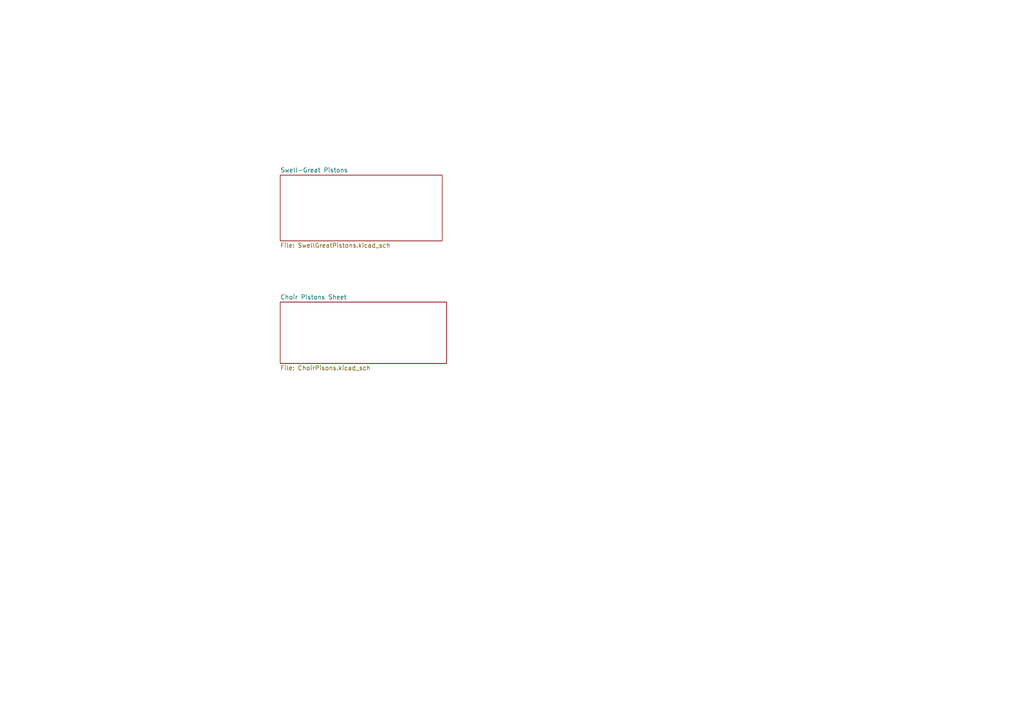
<source format=kicad_sch>
(kicad_sch
	(version 20231120)
	(generator "eeschema")
	(generator_version "8.0")
	(uuid "ec120371-f948-4747-93d5-6ea8a6df7ed0")
	(paper "A4")
	(lib_symbols)
	(sheet
		(at 81.28 50.8)
		(size 46.99 19.05)
		(fields_autoplaced yes)
		(stroke
			(width 0.1524)
			(type solid)
		)
		(fill
			(color 0 0 0 0.0000)
		)
		(uuid "43d4d41b-2816-453d-acfc-cb55b36709eb")
		(property "Sheetname" "Swell-Great Pistons"
			(at 81.28 50.0884 0)
			(effects
				(font
					(size 1.27 1.27)
				)
				(justify left bottom)
			)
		)
		(property "Sheetfile" "SwellGreatPistons.kicad_sch"
			(at 81.28 70.4346 0)
			(effects
				(font
					(size 1.27 1.27)
				)
				(justify left top)
			)
		)
		(instances
			(project "PistonWires"
				(path "/ec120371-f948-4747-93d5-6ea8a6df7ed0"
					(page "2")
				)
			)
		)
	)
	(sheet
		(at 81.28 87.63)
		(size 48.26 17.78)
		(fields_autoplaced yes)
		(stroke
			(width 0.1524)
			(type solid)
		)
		(fill
			(color 0 0 0 0.0000)
		)
		(uuid "9ad91bc4-4825-4e26-a49c-8a654fef3ab8")
		(property "Sheetname" "Choir Pistons Sheet"
			(at 81.28 86.9184 0)
			(effects
				(font
					(size 1.27 1.27)
				)
				(justify left bottom)
			)
		)
		(property "Sheetfile" "ChoirPisons.kicad_sch"
			(at 81.28 105.9946 0)
			(effects
				(font
					(size 1.27 1.27)
				)
				(justify left top)
			)
		)
		(instances
			(project "PistonWires"
				(path "/ec120371-f948-4747-93d5-6ea8a6df7ed0"
					(page "3")
				)
			)
		)
	)
	(sheet_instances
		(path "/"
			(page "1")
		)
	)
)
</source>
